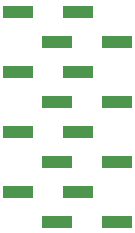
<source format=gbp>
G04 #@! TF.GenerationSoftware,KiCad,Pcbnew,9.0.6*
G04 #@! TF.CreationDate,2026-01-08T00:16:10-06:00*
G04 #@! TF.ProjectId,SMDIP-16_7.62x19.84_P2.54,534d4449-502d-4313-965f-372e36327831,rev?*
G04 #@! TF.SameCoordinates,Original*
G04 #@! TF.FileFunction,Paste,Bot*
G04 #@! TF.FilePolarity,Positive*
%FSLAX46Y46*%
G04 Gerber Fmt 4.6, Leading zero omitted, Abs format (unit mm)*
G04 Created by KiCad (PCBNEW 9.0.6) date 2026-01-08 00:16:10*
%MOMM*%
%LPD*%
G01*
G04 APERTURE LIST*
%ADD10R,2.510000X1.000000*%
G04 APERTURE END LIST*
D10*
X130420226Y-88900000D03*
X133730226Y-91440000D03*
X130420226Y-93980000D03*
X133730226Y-96520000D03*
X130420226Y-99060000D03*
X133730226Y-101600000D03*
X130420226Y-104140000D03*
X133730226Y-106680000D03*
X135500226Y-88900000D03*
X138810226Y-91440000D03*
X135500226Y-93980000D03*
X138810226Y-96520000D03*
X135500226Y-99060000D03*
X138810226Y-101600000D03*
X135500226Y-104140000D03*
X138810226Y-106680000D03*
M02*

</source>
